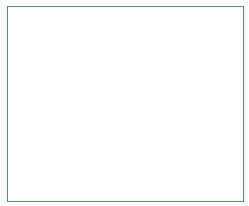
<source format=gbr>
%TF.GenerationSoftware,KiCad,Pcbnew,9.0.0*%
%TF.CreationDate,2025-09-23T13:08:56+01:00*%
%TF.ProjectId,ASCII_gerbersockets_test,41534349-495f-4676-9572-626572736f63,v0.3*%
%TF.SameCoordinates,PX501bd00PY47868c0*%
%TF.FileFunction,Other,User*%
%FSLAX46Y46*%
G04 Gerber Fmt 4.6, Leading zero omitted, Abs format (unit mm)*
G04 Created by KiCad (PCBNEW 9.0.0) date 2025-09-23 13:08:56*
%MOMM*%
%LPD*%
G01*
G04 APERTURE LIST*
%ADD10C,0.100000*%
%ADD11C,0.009990*%
%ADD12C,0.010740*%
%ADD13C,0.020680*%
%ADD14C,0.030950*%
%ADD15C,0.040800*%
%ADD16C,0.050870*%
%ADD17C,0.060820*%
%ADD18C,0.010710*%
%ADD19C,0.020780*%
%ADD20C,0.030680*%
%ADD21C,0.010820*%
%ADD22C,0.020690*%
%ADD23C,0.030830*%
%ADD24C,0.040690*%
%ADD25C,0.050840*%
%ADD26C,0.010830*%
%ADD27C,0.020870*%
%ADD28C,0.030670*%
%ADD29C,0.040760*%
%ADD30C,0.050750*%
%ADD31C,0.040680*%
%ADD32C,0.050650*%
%ADD33C,0.060840*%
%ADD34C,0.070650*%
%ADD35C,0.040730*%
%ADD36C,0.050790*%
%ADD37C,0.061260*%
%ADD38C,0.070940*%
G04 APERTURE END LIST*
D10*
X-5500000Y8250000D02*
X14500000Y8250000D01*
X14500000Y-8250000D01*
X-5500000Y-8250000D01*
X-5500000Y8250000D01*
D11*
%TO.C,GS1*%
X-5500000Y0D02*
X-5500000Y0D01*
D12*
X-5500000Y0D02*
X-5500000Y0D01*
D13*
X-5500000Y0D02*
X-5500000Y0D01*
D14*
X-5500000Y0D02*
X-5500000Y0D01*
D15*
X-5500000Y0D02*
X-5500000Y0D01*
D16*
X-5500000Y0D02*
X-5500000Y0D01*
D17*
X-5500000Y0D02*
X-5500000Y0D01*
D11*
%TO.C,GS2*%
X-5500000Y-2500000D02*
X-5500000Y-2500000D01*
D18*
X-5500000Y-2500000D02*
X-5500000Y-2500000D01*
D19*
X-5500000Y-2500000D02*
X-5500000Y-2500000D01*
D20*
X-5500000Y-2500000D02*
X-5500000Y-2500000D01*
D11*
%TO.C,GS6*%
X-1000000Y8250000D02*
X-1000000Y8250000D01*
D21*
X-1000000Y8250000D02*
X-1000000Y8250000D01*
D22*
X-1000000Y8250000D02*
X-1000000Y8250000D01*
D23*
X-1000000Y8250000D02*
X-1000000Y8250000D01*
D24*
X-1000000Y8250000D02*
X-1000000Y8250000D01*
D25*
X-1000000Y8250000D02*
X-1000000Y8250000D01*
D11*
%TO.C,GS4*%
X1000000Y8250000D02*
X1000000Y8250000D01*
D26*
X1000000Y8250000D02*
X1000000Y8250000D01*
D27*
X1000000Y8250000D02*
X1000000Y8250000D01*
D28*
X1000000Y8250000D02*
X1000000Y8250000D01*
D29*
X1000000Y8250000D02*
X1000000Y8250000D01*
D30*
X1000000Y8250000D02*
X1000000Y8250000D01*
D11*
%TO.C,GS3*%
X-5500000Y2500000D02*
X-5500000Y2500000D01*
D12*
X-5500000Y2500000D02*
X-5500000Y2500000D01*
D13*
X-5500000Y2500000D02*
X-5500000Y2500000D01*
D14*
X-5500000Y2500000D02*
X-5500000Y2500000D01*
D31*
X-5500000Y2500000D02*
X-5500000Y2500000D01*
D32*
X-5500000Y2500000D02*
X-5500000Y2500000D01*
D33*
X-5500000Y2500000D02*
X-5500000Y2500000D01*
D34*
X-5500000Y2500000D02*
X-5500000Y2500000D01*
D11*
%TO.C,GS5*%
X3000000Y8250000D02*
X3000000Y8250000D01*
D26*
X3000000Y8250000D02*
X3000000Y8250000D01*
D27*
X3000000Y8250000D02*
X3000000Y8250000D01*
D20*
X3000000Y8250000D02*
X3000000Y8250000D01*
D35*
X3000000Y8250000D02*
X3000000Y8250000D01*
D36*
X3000000Y8250000D02*
X3000000Y8250000D01*
D37*
X3000000Y8250000D02*
X3000000Y8250000D01*
D38*
X3000000Y8250000D02*
X3000000Y8250000D01*
%TD*%
M02*

</source>
